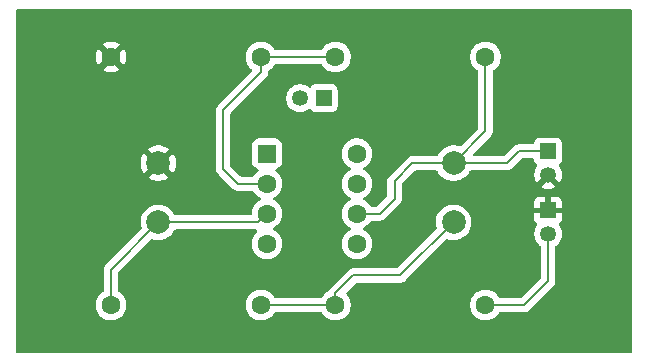
<source format=gbr>
G04 #@! TF.GenerationSoftware,KiCad,Pcbnew,9.0.4*
G04 #@! TF.CreationDate,2025-10-11T15:13:14-04:00*
G04 #@! TF.ProjectId,test1,74657374-312e-46b6-9963-61645f706362,rev?*
G04 #@! TF.SameCoordinates,Original*
G04 #@! TF.FileFunction,Copper,L1,Top*
G04 #@! TF.FilePolarity,Positive*
%FSLAX46Y46*%
G04 Gerber Fmt 4.6, Leading zero omitted, Abs format (unit mm)*
G04 Created by KiCad (PCBNEW 9.0.4) date 2025-10-11 15:13:14*
%MOMM*%
%LPD*%
G01*
G04 APERTURE LIST*
G04 Aperture macros list*
%AMRoundRect*
0 Rectangle with rounded corners*
0 $1 Rounding radius*
0 $2 $3 $4 $5 $6 $7 $8 $9 X,Y pos of 4 corners*
0 Add a 4 corners polygon primitive as box body*
4,1,4,$2,$3,$4,$5,$6,$7,$8,$9,$2,$3,0*
0 Add four circle primitives for the rounded corners*
1,1,$1+$1,$2,$3*
1,1,$1+$1,$4,$5*
1,1,$1+$1,$6,$7*
1,1,$1+$1,$8,$9*
0 Add four rect primitives between the rounded corners*
20,1,$1+$1,$2,$3,$4,$5,0*
20,1,$1+$1,$4,$5,$6,$7,0*
20,1,$1+$1,$6,$7,$8,$9,0*
20,1,$1+$1,$8,$9,$2,$3,0*%
G04 Aperture macros list end*
G04 #@! TA.AperFunction,Conductor*
%ADD10C,0.200000*%
G04 #@! TD*
G04 #@! TA.AperFunction,ComponentPad*
%ADD11C,1.350000*%
G04 #@! TD*
G04 #@! TA.AperFunction,ComponentPad*
%ADD12R,1.350000X1.350000*%
G04 #@! TD*
G04 #@! TA.AperFunction,ComponentPad*
%ADD13C,2.600000*%
G04 #@! TD*
G04 #@! TA.AperFunction,ConnectorPad*
%ADD14C,3.800000*%
G04 #@! TD*
G04 #@! TA.AperFunction,ComponentPad*
%ADD15C,1.600000*%
G04 #@! TD*
G04 #@! TA.AperFunction,ComponentPad*
%ADD16C,2.000000*%
G04 #@! TD*
G04 #@! TA.AperFunction,ComponentPad*
%ADD17RoundRect,0.250000X-0.550000X-0.550000X0.550000X-0.550000X0.550000X0.550000X-0.550000X0.550000X0*%
G04 #@! TD*
G04 APERTURE END LIST*
D10*
X125500000Y-86000000D02*
X177500000Y-86000000D01*
X177500000Y-115000000D01*
X125500000Y-115000000D01*
X125500000Y-86000000D01*
D11*
X149500000Y-93500000D03*
D12*
X151500000Y-93500000D03*
D13*
X128500000Y-89000000D03*
D14*
X128500000Y-89000000D03*
D13*
X174500000Y-89000000D03*
D14*
X174500000Y-89000000D03*
D13*
X174500000Y-112000000D03*
D14*
X174500000Y-112000000D03*
D13*
X128500000Y-112000000D03*
D14*
X128500000Y-112000000D03*
D12*
X170500000Y-98000000D03*
D11*
X170500000Y-100000000D03*
D12*
X170500000Y-103000000D03*
D11*
X170500000Y-105000000D03*
D15*
X165200000Y-90000000D03*
X152500000Y-90000000D03*
D16*
X162500000Y-104000000D03*
X162500000Y-99000000D03*
D17*
X146695000Y-98190000D03*
D15*
X146695000Y-100730000D03*
X146695000Y-103270000D03*
X146695000Y-105810000D03*
X154315000Y-105810000D03*
X154315000Y-103270000D03*
X154315000Y-100730000D03*
X154315000Y-98190000D03*
D16*
X137500000Y-104000000D03*
X137500000Y-99000000D03*
D15*
X152500000Y-111000000D03*
X165200000Y-111000000D03*
X146200000Y-90000000D03*
X133500000Y-90000000D03*
X133500000Y-111000000D03*
X146200000Y-111000000D03*
D10*
X146200000Y-91300000D02*
X146200000Y-90000000D01*
X143000000Y-99500000D02*
X143000000Y-94500000D01*
X144230000Y-100730000D02*
X143000000Y-99500000D01*
X143000000Y-94500000D02*
X146200000Y-91300000D01*
X146695000Y-100730000D02*
X144230000Y-100730000D01*
X137500000Y-104000000D02*
X145965000Y-104000000D01*
X145965000Y-104000000D02*
X146695000Y-103270000D01*
X159000000Y-99000000D02*
X162500000Y-99000000D01*
X157500000Y-100500000D02*
X159000000Y-99000000D01*
X156230000Y-103270000D02*
X157500000Y-102000000D01*
X157500000Y-102000000D02*
X157500000Y-100500000D01*
X154315000Y-103270000D02*
X156230000Y-103270000D01*
X152500000Y-110000000D02*
X152500000Y-111000000D01*
X158000000Y-108500000D02*
X154000000Y-108500000D01*
X154000000Y-108500000D02*
X152500000Y-110000000D01*
X162500000Y-104000000D02*
X158000000Y-108500000D01*
X170500000Y-109000000D02*
X168500000Y-111000000D01*
X168500000Y-111000000D02*
X165200000Y-111000000D01*
X170500000Y-105000000D02*
X170500000Y-109000000D01*
X168000000Y-98000000D02*
X170500000Y-98000000D01*
X167000000Y-99000000D02*
X168000000Y-98000000D01*
X162500000Y-99000000D02*
X167000000Y-99000000D01*
X165200000Y-96300000D02*
X162500000Y-99000000D01*
X165200000Y-90000000D02*
X165200000Y-96300000D01*
X146200000Y-90000000D02*
X152500000Y-90000000D01*
X133500000Y-111000000D02*
X133500000Y-108000000D01*
X133500000Y-108000000D02*
X137500000Y-104000000D01*
X146200000Y-111000000D02*
X152500000Y-111000000D01*
G04 #@! TA.AperFunction,Conductor*
G36*
X177443039Y-86019685D02*
G01*
X177488794Y-86072489D01*
X177500000Y-86124000D01*
X177500000Y-114876000D01*
X177480315Y-114943039D01*
X177427511Y-114988794D01*
X177376000Y-115000000D01*
X125624000Y-115000000D01*
X125556961Y-114980315D01*
X125511206Y-114927511D01*
X125500000Y-114876000D01*
X125500000Y-110897648D01*
X132199500Y-110897648D01*
X132199500Y-111102351D01*
X132231522Y-111304534D01*
X132294781Y-111499223D01*
X132387715Y-111681613D01*
X132508028Y-111847213D01*
X132652786Y-111991971D01*
X132807749Y-112104556D01*
X132818390Y-112112287D01*
X132934607Y-112171503D01*
X133000776Y-112205218D01*
X133000778Y-112205218D01*
X133000781Y-112205220D01*
X133105137Y-112239127D01*
X133195465Y-112268477D01*
X133296557Y-112284488D01*
X133397648Y-112300500D01*
X133397649Y-112300500D01*
X133602351Y-112300500D01*
X133602352Y-112300500D01*
X133804534Y-112268477D01*
X133999219Y-112205220D01*
X134181610Y-112112287D01*
X134274590Y-112044732D01*
X134347213Y-111991971D01*
X134347215Y-111991968D01*
X134347219Y-111991966D01*
X134491966Y-111847219D01*
X134491968Y-111847215D01*
X134491971Y-111847213D01*
X134544732Y-111774590D01*
X134612287Y-111681610D01*
X134705220Y-111499219D01*
X134768477Y-111304534D01*
X134800500Y-111102352D01*
X134800500Y-110897648D01*
X144899500Y-110897648D01*
X144899500Y-111102351D01*
X144931522Y-111304534D01*
X144994781Y-111499223D01*
X145087715Y-111681613D01*
X145208028Y-111847213D01*
X145352786Y-111991971D01*
X145507749Y-112104556D01*
X145518390Y-112112287D01*
X145634607Y-112171503D01*
X145700776Y-112205218D01*
X145700778Y-112205218D01*
X145700781Y-112205220D01*
X145805137Y-112239127D01*
X145895465Y-112268477D01*
X145996557Y-112284488D01*
X146097648Y-112300500D01*
X146097649Y-112300500D01*
X146302351Y-112300500D01*
X146302352Y-112300500D01*
X146504534Y-112268477D01*
X146699219Y-112205220D01*
X146881610Y-112112287D01*
X146974590Y-112044732D01*
X147047213Y-111991971D01*
X147047215Y-111991968D01*
X147047219Y-111991966D01*
X147191966Y-111847219D01*
X147191968Y-111847215D01*
X147191971Y-111847213D01*
X147312284Y-111681614D01*
X147312285Y-111681613D01*
X147312287Y-111681610D01*
X147319117Y-111668204D01*
X147367091Y-111617409D01*
X147429602Y-111600500D01*
X151270398Y-111600500D01*
X151337437Y-111620185D01*
X151380883Y-111668205D01*
X151387715Y-111681614D01*
X151508028Y-111847213D01*
X151652786Y-111991971D01*
X151807749Y-112104556D01*
X151818390Y-112112287D01*
X151934607Y-112171503D01*
X152000776Y-112205218D01*
X152000778Y-112205218D01*
X152000781Y-112205220D01*
X152105137Y-112239127D01*
X152195465Y-112268477D01*
X152296557Y-112284488D01*
X152397648Y-112300500D01*
X152397649Y-112300500D01*
X152602351Y-112300500D01*
X152602352Y-112300500D01*
X152804534Y-112268477D01*
X152999219Y-112205220D01*
X153181610Y-112112287D01*
X153274590Y-112044732D01*
X153347213Y-111991971D01*
X153347215Y-111991968D01*
X153347219Y-111991966D01*
X153491966Y-111847219D01*
X153491968Y-111847215D01*
X153491971Y-111847213D01*
X153544732Y-111774590D01*
X153612287Y-111681610D01*
X153705220Y-111499219D01*
X153768477Y-111304534D01*
X153800500Y-111102352D01*
X153800500Y-110897648D01*
X163899500Y-110897648D01*
X163899500Y-111102351D01*
X163931522Y-111304534D01*
X163994781Y-111499223D01*
X164087715Y-111681613D01*
X164208028Y-111847213D01*
X164352786Y-111991971D01*
X164507749Y-112104556D01*
X164518390Y-112112287D01*
X164634607Y-112171503D01*
X164700776Y-112205218D01*
X164700778Y-112205218D01*
X164700781Y-112205220D01*
X164805137Y-112239127D01*
X164895465Y-112268477D01*
X164996557Y-112284488D01*
X165097648Y-112300500D01*
X165097649Y-112300500D01*
X165302351Y-112300500D01*
X165302352Y-112300500D01*
X165504534Y-112268477D01*
X165699219Y-112205220D01*
X165881610Y-112112287D01*
X165974590Y-112044732D01*
X166047213Y-111991971D01*
X166047215Y-111991968D01*
X166047219Y-111991966D01*
X166191966Y-111847219D01*
X166191968Y-111847215D01*
X166191971Y-111847213D01*
X166312284Y-111681614D01*
X166312285Y-111681613D01*
X166312287Y-111681610D01*
X166319117Y-111668204D01*
X166367091Y-111617409D01*
X166429602Y-111600500D01*
X168413331Y-111600500D01*
X168413347Y-111600501D01*
X168420943Y-111600501D01*
X168579054Y-111600501D01*
X168579057Y-111600501D01*
X168731785Y-111559577D01*
X168781904Y-111530639D01*
X168868716Y-111480520D01*
X168980520Y-111368716D01*
X168980520Y-111368714D01*
X168990728Y-111358507D01*
X168990730Y-111358504D01*
X170868713Y-109480521D01*
X170868716Y-109480520D01*
X170980520Y-109368716D01*
X171030639Y-109281904D01*
X171059577Y-109231785D01*
X171100500Y-109079057D01*
X171100500Y-108920943D01*
X171100500Y-106079889D01*
X171120185Y-106012850D01*
X171151612Y-105979573D01*
X171265787Y-105896621D01*
X171396621Y-105765787D01*
X171505378Y-105616096D01*
X171589379Y-105451235D01*
X171646555Y-105275264D01*
X171675500Y-105092514D01*
X171675500Y-104907486D01*
X171646555Y-104724736D01*
X171589379Y-104548765D01*
X171589379Y-104548764D01*
X171505377Y-104383903D01*
X171481739Y-104351368D01*
X171421159Y-104267987D01*
X171397680Y-104202183D01*
X171413505Y-104134129D01*
X171447167Y-104095836D01*
X171532190Y-104032186D01*
X171618350Y-103917093D01*
X171618354Y-103917086D01*
X171668596Y-103782379D01*
X171668598Y-103782372D01*
X171674999Y-103722844D01*
X171675000Y-103722827D01*
X171675000Y-103250000D01*
X170815686Y-103250000D01*
X170820080Y-103245606D01*
X170872741Y-103154394D01*
X170900000Y-103052661D01*
X170900000Y-102947339D01*
X170872741Y-102845606D01*
X170820080Y-102754394D01*
X170815686Y-102750000D01*
X171675000Y-102750000D01*
X171675000Y-102277172D01*
X171674999Y-102277155D01*
X171668598Y-102217627D01*
X171668596Y-102217620D01*
X171618354Y-102082913D01*
X171618350Y-102082906D01*
X171532190Y-101967812D01*
X171532187Y-101967809D01*
X171417093Y-101881649D01*
X171417086Y-101881645D01*
X171282379Y-101831403D01*
X171282372Y-101831401D01*
X171222844Y-101825000D01*
X170750000Y-101825000D01*
X170750000Y-102684314D01*
X170745606Y-102679920D01*
X170654394Y-102627259D01*
X170552661Y-102600000D01*
X170447339Y-102600000D01*
X170345606Y-102627259D01*
X170254394Y-102679920D01*
X170250000Y-102684314D01*
X170250000Y-101825000D01*
X169777155Y-101825000D01*
X169717627Y-101831401D01*
X169717620Y-101831403D01*
X169582913Y-101881645D01*
X169582906Y-101881649D01*
X169467812Y-101967809D01*
X169467809Y-101967812D01*
X169381649Y-102082906D01*
X169381645Y-102082913D01*
X169331403Y-102217620D01*
X169331401Y-102217627D01*
X169325000Y-102277155D01*
X169325000Y-102750000D01*
X170184314Y-102750000D01*
X170179920Y-102754394D01*
X170127259Y-102845606D01*
X170100000Y-102947339D01*
X170100000Y-103052661D01*
X170127259Y-103154394D01*
X170179920Y-103245606D01*
X170184314Y-103250000D01*
X169325000Y-103250000D01*
X169325000Y-103722844D01*
X169331401Y-103782372D01*
X169331403Y-103782379D01*
X169381645Y-103917086D01*
X169381649Y-103917093D01*
X169467809Y-104032186D01*
X169552832Y-104095835D01*
X169594703Y-104151769D01*
X169599687Y-104221461D01*
X169578839Y-104267987D01*
X169494624Y-104383900D01*
X169410620Y-104548764D01*
X169410619Y-104548767D01*
X169353445Y-104724734D01*
X169324500Y-104907486D01*
X169324500Y-105092513D01*
X169353445Y-105275265D01*
X169410619Y-105451232D01*
X169410620Y-105451235D01*
X169494622Y-105616096D01*
X169603379Y-105765787D01*
X169734213Y-105896621D01*
X169848386Y-105979573D01*
X169891051Y-106034900D01*
X169899500Y-106079889D01*
X169899500Y-108699903D01*
X169879815Y-108766942D01*
X169863181Y-108787584D01*
X168287584Y-110363181D01*
X168226261Y-110396666D01*
X168199903Y-110399500D01*
X166429602Y-110399500D01*
X166362563Y-110379815D01*
X166319117Y-110331795D01*
X166312284Y-110318385D01*
X166191971Y-110152786D01*
X166047213Y-110008028D01*
X165881613Y-109887715D01*
X165881612Y-109887714D01*
X165881610Y-109887713D01*
X165819876Y-109856258D01*
X165699223Y-109794781D01*
X165504534Y-109731522D01*
X165329995Y-109703878D01*
X165302352Y-109699500D01*
X165097648Y-109699500D01*
X165073329Y-109703351D01*
X164895465Y-109731522D01*
X164700776Y-109794781D01*
X164518386Y-109887715D01*
X164352786Y-110008028D01*
X164208028Y-110152786D01*
X164087715Y-110318386D01*
X163994781Y-110500776D01*
X163931522Y-110695465D01*
X163899500Y-110897648D01*
X153800500Y-110897648D01*
X153768477Y-110695466D01*
X153705220Y-110500781D01*
X153705218Y-110500778D01*
X153705218Y-110500776D01*
X153671503Y-110434607D01*
X153612287Y-110318390D01*
X153604556Y-110307749D01*
X153491971Y-110152786D01*
X153431890Y-110092705D01*
X153398405Y-110031382D01*
X153403389Y-109961690D01*
X153431888Y-109917346D01*
X154212416Y-109136819D01*
X154273739Y-109103334D01*
X154300097Y-109100500D01*
X157913331Y-109100500D01*
X157913347Y-109100501D01*
X157920943Y-109100501D01*
X158079054Y-109100501D01*
X158079057Y-109100501D01*
X158231785Y-109059577D01*
X158281904Y-109030639D01*
X158368716Y-108980520D01*
X158480520Y-108868716D01*
X158480520Y-108868714D01*
X158490728Y-108858507D01*
X158490730Y-108858504D01*
X161896437Y-105452796D01*
X161957758Y-105419313D01*
X162022433Y-105422547D01*
X162148632Y-105463553D01*
X162236110Y-105477408D01*
X162381903Y-105500500D01*
X162381908Y-105500500D01*
X162618097Y-105500500D01*
X162851368Y-105463553D01*
X162884468Y-105452798D01*
X163075992Y-105390568D01*
X163286433Y-105283343D01*
X163477510Y-105144517D01*
X163644517Y-104977510D01*
X163783343Y-104786433D01*
X163890568Y-104575992D01*
X163963553Y-104351368D01*
X163977713Y-104261966D01*
X164000500Y-104118097D01*
X164000500Y-103881902D01*
X163963553Y-103648631D01*
X163890566Y-103424003D01*
X163814899Y-103275500D01*
X163783343Y-103213567D01*
X163644517Y-103022490D01*
X163477510Y-102855483D01*
X163286433Y-102716657D01*
X163214333Y-102679920D01*
X163075996Y-102609433D01*
X162851368Y-102536446D01*
X162618097Y-102499500D01*
X162618092Y-102499500D01*
X162381908Y-102499500D01*
X162381903Y-102499500D01*
X162148631Y-102536446D01*
X161924003Y-102609433D01*
X161713566Y-102716657D01*
X161639079Y-102770776D01*
X161522490Y-102855483D01*
X161522488Y-102855485D01*
X161522487Y-102855485D01*
X161355485Y-103022487D01*
X161355485Y-103022488D01*
X161355483Y-103022490D01*
X161295862Y-103104550D01*
X161216657Y-103213566D01*
X161109433Y-103424003D01*
X161036446Y-103648631D01*
X160999500Y-103881902D01*
X160999500Y-104118097D01*
X161036447Y-104351369D01*
X161036447Y-104351372D01*
X161077450Y-104477564D01*
X161079445Y-104547405D01*
X161047200Y-104603563D01*
X157787584Y-107863181D01*
X157726261Y-107896666D01*
X157699903Y-107899500D01*
X153920940Y-107899500D01*
X153880019Y-107910464D01*
X153880019Y-107910465D01*
X153842751Y-107920451D01*
X153768214Y-107940423D01*
X153768209Y-107940426D01*
X153631290Y-108019475D01*
X153631282Y-108019481D01*
X152019479Y-109631284D01*
X151982012Y-109696181D01*
X151980096Y-109699500D01*
X151940423Y-109768215D01*
X151933707Y-109793274D01*
X151928169Y-109804408D01*
X151912533Y-109821284D01*
X151900558Y-109840931D01*
X151883263Y-109852878D01*
X151880684Y-109855662D01*
X151878369Y-109856258D01*
X151873447Y-109859659D01*
X151818386Y-109887714D01*
X151652786Y-110008028D01*
X151508028Y-110152786D01*
X151387715Y-110318385D01*
X151380883Y-110331795D01*
X151332909Y-110382591D01*
X151270398Y-110399500D01*
X147429602Y-110399500D01*
X147362563Y-110379815D01*
X147319117Y-110331795D01*
X147312284Y-110318385D01*
X147191971Y-110152786D01*
X147047213Y-110008028D01*
X146881613Y-109887715D01*
X146881612Y-109887714D01*
X146881610Y-109887713D01*
X146819876Y-109856258D01*
X146699223Y-109794781D01*
X146504534Y-109731522D01*
X146329995Y-109703878D01*
X146302352Y-109699500D01*
X146097648Y-109699500D01*
X146073329Y-109703351D01*
X145895465Y-109731522D01*
X145700776Y-109794781D01*
X145518386Y-109887715D01*
X145352786Y-110008028D01*
X145208028Y-110152786D01*
X145087715Y-110318386D01*
X144994781Y-110500776D01*
X144931522Y-110695465D01*
X144899500Y-110897648D01*
X134800500Y-110897648D01*
X134768477Y-110695466D01*
X134705220Y-110500781D01*
X134705218Y-110500778D01*
X134705218Y-110500776D01*
X134671503Y-110434607D01*
X134612287Y-110318390D01*
X134604556Y-110307749D01*
X134491971Y-110152786D01*
X134347213Y-110008028D01*
X134181610Y-109887712D01*
X134168200Y-109880879D01*
X134117406Y-109832903D01*
X134100500Y-109770397D01*
X134100500Y-108300096D01*
X134120185Y-108233057D01*
X134136814Y-108212420D01*
X136896437Y-105452796D01*
X136957758Y-105419313D01*
X137022433Y-105422547D01*
X137148632Y-105463553D01*
X137236110Y-105477408D01*
X137381903Y-105500500D01*
X137381908Y-105500500D01*
X137618097Y-105500500D01*
X137851368Y-105463553D01*
X137884468Y-105452798D01*
X138075992Y-105390568D01*
X138286433Y-105283343D01*
X138477510Y-105144517D01*
X138644517Y-104977510D01*
X138783343Y-104786433D01*
X138843583Y-104668204D01*
X138891558Y-104617409D01*
X138954068Y-104600500D01*
X145766364Y-104600500D01*
X145833403Y-104620185D01*
X145879158Y-104672989D01*
X145889102Y-104742147D01*
X145860077Y-104805703D01*
X145851177Y-104814540D01*
X145851226Y-104814589D01*
X145703032Y-104962782D01*
X145703028Y-104962786D01*
X145582715Y-105128386D01*
X145489781Y-105310776D01*
X145426522Y-105505465D01*
X145394500Y-105707648D01*
X145394500Y-105912351D01*
X145426522Y-106114534D01*
X145489781Y-106309223D01*
X145582715Y-106491613D01*
X145703028Y-106657213D01*
X145847786Y-106801971D01*
X146002749Y-106914556D01*
X146013390Y-106922287D01*
X146129607Y-106981503D01*
X146195776Y-107015218D01*
X146195778Y-107015218D01*
X146195781Y-107015220D01*
X146300137Y-107049127D01*
X146390465Y-107078477D01*
X146491557Y-107094488D01*
X146592648Y-107110500D01*
X146592649Y-107110500D01*
X146797351Y-107110500D01*
X146797352Y-107110500D01*
X146999534Y-107078477D01*
X147194219Y-107015220D01*
X147376610Y-106922287D01*
X147469590Y-106854732D01*
X147542213Y-106801971D01*
X147542215Y-106801968D01*
X147542219Y-106801966D01*
X147686966Y-106657219D01*
X147686968Y-106657215D01*
X147686971Y-106657213D01*
X147739732Y-106584590D01*
X147807287Y-106491610D01*
X147900220Y-106309219D01*
X147963477Y-106114534D01*
X147995500Y-105912352D01*
X147995500Y-105707648D01*
X147963477Y-105505466D01*
X147961863Y-105500500D01*
X147900218Y-105310776D01*
X147866503Y-105244607D01*
X147807287Y-105128390D01*
X147781221Y-105092513D01*
X147686971Y-104962786D01*
X147542213Y-104818028D01*
X147376614Y-104697715D01*
X147318697Y-104668205D01*
X147283917Y-104650483D01*
X147233123Y-104602511D01*
X147216328Y-104534690D01*
X147238865Y-104468555D01*
X147283917Y-104429516D01*
X147376610Y-104382287D01*
X147419167Y-104351368D01*
X147542213Y-104261971D01*
X147542215Y-104261968D01*
X147542219Y-104261966D01*
X147686966Y-104117219D01*
X147686968Y-104117215D01*
X147686971Y-104117213D01*
X147739732Y-104044590D01*
X147807287Y-103951610D01*
X147900220Y-103769219D01*
X147963477Y-103574534D01*
X147995500Y-103372352D01*
X147995500Y-103167648D01*
X147963477Y-102965466D01*
X147900220Y-102770781D01*
X147900218Y-102770778D01*
X147900218Y-102770776D01*
X147853924Y-102679920D01*
X147807287Y-102588390D01*
X147769548Y-102536446D01*
X147686971Y-102422786D01*
X147542213Y-102278028D01*
X147376614Y-102157715D01*
X147370006Y-102154348D01*
X147283917Y-102110483D01*
X147233123Y-102062511D01*
X147216328Y-101994690D01*
X147238865Y-101928555D01*
X147283917Y-101889516D01*
X147376610Y-101842287D01*
X147451903Y-101787584D01*
X147542213Y-101721971D01*
X147542215Y-101721968D01*
X147542219Y-101721966D01*
X147686966Y-101577219D01*
X147686968Y-101577215D01*
X147686971Y-101577213D01*
X147739732Y-101504590D01*
X147807287Y-101411610D01*
X147900220Y-101229219D01*
X147963477Y-101034534D01*
X147995500Y-100832352D01*
X147995500Y-100627648D01*
X147987804Y-100579057D01*
X147963477Y-100425465D01*
X147900218Y-100230776D01*
X147849524Y-100131285D01*
X147807287Y-100048390D01*
X147786283Y-100019480D01*
X147686971Y-99882786D01*
X147542219Y-99738034D01*
X147533618Y-99731785D01*
X147448547Y-99669978D01*
X147405882Y-99614649D01*
X147399903Y-99545036D01*
X147432508Y-99483240D01*
X147482426Y-99451955D01*
X147564334Y-99424814D01*
X147713656Y-99332712D01*
X147837712Y-99208656D01*
X147929814Y-99059334D01*
X147984999Y-98892797D01*
X147995500Y-98790009D01*
X147995499Y-98087648D01*
X153014500Y-98087648D01*
X153014500Y-98292351D01*
X153046522Y-98494534D01*
X153109781Y-98689223D01*
X153202715Y-98871613D01*
X153323028Y-99037213D01*
X153467786Y-99181971D01*
X153622749Y-99294556D01*
X153633390Y-99302287D01*
X153724840Y-99348883D01*
X153726080Y-99349515D01*
X153776876Y-99397490D01*
X153793671Y-99465311D01*
X153771134Y-99531446D01*
X153726080Y-99570485D01*
X153633386Y-99617715D01*
X153467786Y-99738028D01*
X153323028Y-99882786D01*
X153202715Y-100048386D01*
X153109781Y-100230776D01*
X153046522Y-100425465D01*
X153014500Y-100627648D01*
X153014500Y-100832351D01*
X153046522Y-101034534D01*
X153109781Y-101229223D01*
X153202715Y-101411613D01*
X153323028Y-101577213D01*
X153467786Y-101721971D01*
X153609596Y-101825000D01*
X153633390Y-101842287D01*
X153710642Y-101881649D01*
X153726080Y-101889515D01*
X153776876Y-101937490D01*
X153793671Y-102005311D01*
X153771134Y-102071446D01*
X153726080Y-102110485D01*
X153633386Y-102157715D01*
X153467786Y-102278028D01*
X153323028Y-102422786D01*
X153202715Y-102588386D01*
X153109781Y-102770776D01*
X153046522Y-102965465D01*
X153014500Y-103167648D01*
X153014500Y-103372351D01*
X153046522Y-103574534D01*
X153109781Y-103769223D01*
X153202715Y-103951613D01*
X153323028Y-104117213D01*
X153467786Y-104261971D01*
X153622749Y-104374556D01*
X153633390Y-104382287D01*
X153724840Y-104428883D01*
X153726080Y-104429515D01*
X153776876Y-104477490D01*
X153793671Y-104545311D01*
X153771134Y-104611446D01*
X153726080Y-104650485D01*
X153633386Y-104697715D01*
X153467786Y-104818028D01*
X153323028Y-104962786D01*
X153202715Y-105128386D01*
X153109781Y-105310776D01*
X153046522Y-105505465D01*
X153014500Y-105707648D01*
X153014500Y-105912351D01*
X153046522Y-106114534D01*
X153109781Y-106309223D01*
X153202715Y-106491613D01*
X153323028Y-106657213D01*
X153467786Y-106801971D01*
X153622749Y-106914556D01*
X153633390Y-106922287D01*
X153749607Y-106981503D01*
X153815776Y-107015218D01*
X153815778Y-107015218D01*
X153815781Y-107015220D01*
X153920137Y-107049127D01*
X154010465Y-107078477D01*
X154111557Y-107094488D01*
X154212648Y-107110500D01*
X154212649Y-107110500D01*
X154417351Y-107110500D01*
X154417352Y-107110500D01*
X154619534Y-107078477D01*
X154814219Y-107015220D01*
X154996610Y-106922287D01*
X155089590Y-106854732D01*
X155162213Y-106801971D01*
X155162215Y-106801968D01*
X155162219Y-106801966D01*
X155306966Y-106657219D01*
X155306968Y-106657215D01*
X155306971Y-106657213D01*
X155359732Y-106584590D01*
X155427287Y-106491610D01*
X155520220Y-106309219D01*
X155583477Y-106114534D01*
X155615500Y-105912352D01*
X155615500Y-105707648D01*
X155583477Y-105505466D01*
X155581863Y-105500500D01*
X155520218Y-105310776D01*
X155486503Y-105244607D01*
X155427287Y-105128390D01*
X155401221Y-105092513D01*
X155306971Y-104962786D01*
X155162213Y-104818028D01*
X154996614Y-104697715D01*
X154938697Y-104668205D01*
X154903917Y-104650483D01*
X154853123Y-104602511D01*
X154836328Y-104534690D01*
X154858865Y-104468555D01*
X154903917Y-104429516D01*
X154996610Y-104382287D01*
X155039167Y-104351368D01*
X155162213Y-104261971D01*
X155162215Y-104261968D01*
X155162219Y-104261966D01*
X155306966Y-104117219D01*
X155306968Y-104117215D01*
X155306971Y-104117213D01*
X155427284Y-103951614D01*
X155427285Y-103951613D01*
X155427287Y-103951610D01*
X155434117Y-103938204D01*
X155482091Y-103887409D01*
X155544602Y-103870500D01*
X156143331Y-103870500D01*
X156143347Y-103870501D01*
X156150943Y-103870501D01*
X156309054Y-103870501D01*
X156309057Y-103870501D01*
X156461785Y-103829577D01*
X156511904Y-103800639D01*
X156598716Y-103750520D01*
X156710520Y-103638716D01*
X156710520Y-103638714D01*
X156720728Y-103628507D01*
X156720730Y-103628504D01*
X157858506Y-102490728D01*
X157858511Y-102490724D01*
X157868714Y-102480520D01*
X157868716Y-102480520D01*
X157980520Y-102368716D01*
X158032875Y-102278034D01*
X158059577Y-102231785D01*
X158100500Y-102079058D01*
X158100500Y-101920943D01*
X158100500Y-100800097D01*
X158120185Y-100733058D01*
X158136819Y-100712416D01*
X159212416Y-99636819D01*
X159273739Y-99603334D01*
X159300097Y-99600500D01*
X161045932Y-99600500D01*
X161112971Y-99620185D01*
X161156416Y-99668203D01*
X161216657Y-99786433D01*
X161355483Y-99977510D01*
X161522490Y-100144517D01*
X161713567Y-100283343D01*
X161812991Y-100334002D01*
X161924003Y-100390566D01*
X161924005Y-100390566D01*
X161924008Y-100390568D01*
X162031410Y-100425465D01*
X162148631Y-100463553D01*
X162381903Y-100500500D01*
X162381908Y-100500500D01*
X162618097Y-100500500D01*
X162851368Y-100463553D01*
X162852870Y-100463065D01*
X163075992Y-100390568D01*
X163286433Y-100283343D01*
X163477510Y-100144517D01*
X163644517Y-99977510D01*
X163783343Y-99786433D01*
X163843583Y-99668204D01*
X163891558Y-99617409D01*
X163954068Y-99600500D01*
X166913331Y-99600500D01*
X166913347Y-99600501D01*
X166920943Y-99600501D01*
X167079054Y-99600501D01*
X167079057Y-99600501D01*
X167231785Y-99559577D01*
X167292055Y-99524780D01*
X167368716Y-99480520D01*
X167480520Y-99368716D01*
X167480520Y-99368714D01*
X167490724Y-99358511D01*
X167490727Y-99358506D01*
X168212417Y-98636819D01*
X168273740Y-98603334D01*
X168300098Y-98600500D01*
X169200501Y-98600500D01*
X169267540Y-98620185D01*
X169313295Y-98672989D01*
X169323437Y-98719611D01*
X169324099Y-98719576D01*
X169324146Y-98719571D01*
X169324146Y-98719573D01*
X169324324Y-98719564D01*
X169324501Y-98722876D01*
X169330908Y-98782483D01*
X169381202Y-98917328D01*
X169381206Y-98917335D01*
X169467452Y-99032544D01*
X169467455Y-99032547D01*
X169552938Y-99096540D01*
X169594809Y-99152473D01*
X169599793Y-99222165D01*
X169578946Y-99268690D01*
X169495051Y-99384163D01*
X169411084Y-99548956D01*
X169411083Y-99548959D01*
X169353933Y-99724852D01*
X169325000Y-99907526D01*
X169325000Y-100092473D01*
X169353933Y-100275147D01*
X169411083Y-100451040D01*
X169411084Y-100451043D01*
X169495050Y-100615834D01*
X169510015Y-100636430D01*
X170100000Y-100046445D01*
X170100000Y-100052661D01*
X170127259Y-100154394D01*
X170179920Y-100245606D01*
X170254394Y-100320080D01*
X170345606Y-100372741D01*
X170447339Y-100400000D01*
X170453553Y-100400000D01*
X169863568Y-100989983D01*
X169863568Y-100989984D01*
X169884165Y-101004949D01*
X170048956Y-101088915D01*
X170048959Y-101088916D01*
X170224852Y-101146066D01*
X170407527Y-101175000D01*
X170592473Y-101175000D01*
X170775147Y-101146066D01*
X170951040Y-101088916D01*
X170951043Y-101088915D01*
X171115836Y-101004947D01*
X171115845Y-101004942D01*
X171136430Y-100989984D01*
X171136431Y-100989983D01*
X170546448Y-100400000D01*
X170552661Y-100400000D01*
X170654394Y-100372741D01*
X170745606Y-100320080D01*
X170820080Y-100245606D01*
X170872741Y-100154394D01*
X170900000Y-100052661D01*
X170900000Y-100046447D01*
X171489983Y-100636430D01*
X171489984Y-100636430D01*
X171504942Y-100615845D01*
X171504947Y-100615836D01*
X171588915Y-100451043D01*
X171588916Y-100451040D01*
X171646066Y-100275147D01*
X171675000Y-100092473D01*
X171675000Y-99907526D01*
X171646066Y-99724852D01*
X171588916Y-99548959D01*
X171588915Y-99548956D01*
X171504947Y-99384161D01*
X171421054Y-99268691D01*
X171397574Y-99202884D01*
X171413400Y-99134831D01*
X171447058Y-99096542D01*
X171532546Y-99032546D01*
X171618796Y-98917331D01*
X171669091Y-98782483D01*
X171675500Y-98722873D01*
X171675499Y-97277128D01*
X171669091Y-97217517D01*
X171661824Y-97198034D01*
X171618797Y-97082671D01*
X171618793Y-97082664D01*
X171532547Y-96967455D01*
X171532544Y-96967452D01*
X171417335Y-96881206D01*
X171417328Y-96881202D01*
X171282482Y-96830908D01*
X171282483Y-96830908D01*
X171222883Y-96824501D01*
X171222881Y-96824500D01*
X171222873Y-96824500D01*
X171222864Y-96824500D01*
X169777129Y-96824500D01*
X169777123Y-96824501D01*
X169717516Y-96830908D01*
X169582671Y-96881202D01*
X169582664Y-96881206D01*
X169467455Y-96967452D01*
X169467452Y-96967455D01*
X169381206Y-97082664D01*
X169381202Y-97082671D01*
X169330908Y-97217517D01*
X169324501Y-97277116D01*
X169324501Y-97277123D01*
X169324322Y-97280452D01*
X169323065Y-97280384D01*
X169304815Y-97342539D01*
X169252011Y-97388294D01*
X169200500Y-97399500D01*
X168086670Y-97399500D01*
X168086654Y-97399499D01*
X168079058Y-97399499D01*
X167920943Y-97399499D01*
X167844579Y-97419961D01*
X167768214Y-97440423D01*
X167768209Y-97440426D01*
X167631290Y-97519475D01*
X167631282Y-97519481D01*
X166787584Y-98363181D01*
X166726261Y-98396666D01*
X166699903Y-98399500D01*
X164249097Y-98399500D01*
X164182058Y-98379815D01*
X164136303Y-98327011D01*
X164126359Y-98257853D01*
X164155384Y-98194297D01*
X164161416Y-98187819D01*
X164812789Y-97536446D01*
X165680520Y-96668716D01*
X165759577Y-96531784D01*
X165800501Y-96379057D01*
X165800501Y-96220942D01*
X165800501Y-96213347D01*
X165800500Y-96213329D01*
X165800500Y-91229601D01*
X165820185Y-91162562D01*
X165868206Y-91119116D01*
X165881610Y-91112287D01*
X166047219Y-90991966D01*
X166191966Y-90847219D01*
X166191968Y-90847215D01*
X166191971Y-90847213D01*
X166244732Y-90774590D01*
X166312287Y-90681610D01*
X166405220Y-90499219D01*
X166468477Y-90304534D01*
X166500500Y-90102352D01*
X166500500Y-89897648D01*
X166492257Y-89845606D01*
X166468477Y-89695465D01*
X166437458Y-89600000D01*
X166405220Y-89500781D01*
X166405218Y-89500778D01*
X166405218Y-89500776D01*
X166371503Y-89434607D01*
X166312287Y-89318390D01*
X166280092Y-89274077D01*
X166191971Y-89152786D01*
X166047213Y-89008028D01*
X165881613Y-88887715D01*
X165881612Y-88887714D01*
X165881610Y-88887713D01*
X165824653Y-88858691D01*
X165699223Y-88794781D01*
X165504534Y-88731522D01*
X165329995Y-88703878D01*
X165302352Y-88699500D01*
X165097648Y-88699500D01*
X165073329Y-88703351D01*
X164895465Y-88731522D01*
X164700776Y-88794781D01*
X164518386Y-88887715D01*
X164352786Y-89008028D01*
X164208028Y-89152786D01*
X164087715Y-89318386D01*
X163994781Y-89500776D01*
X163931522Y-89695465D01*
X163899500Y-89897648D01*
X163899500Y-90102351D01*
X163931522Y-90304534D01*
X163994781Y-90499223D01*
X164046385Y-90600500D01*
X164087585Y-90681359D01*
X164087715Y-90681613D01*
X164208028Y-90847213D01*
X164208034Y-90847219D01*
X164352781Y-90991966D01*
X164518390Y-91112287D01*
X164531793Y-91119116D01*
X164582589Y-91167088D01*
X164599500Y-91229601D01*
X164599500Y-95999902D01*
X164579815Y-96066941D01*
X164563181Y-96087583D01*
X163103563Y-97547200D01*
X163042240Y-97580685D01*
X162977564Y-97577450D01*
X162851370Y-97536447D01*
X162618097Y-97499500D01*
X162618092Y-97499500D01*
X162381908Y-97499500D01*
X162381903Y-97499500D01*
X162148631Y-97536446D01*
X161924003Y-97609433D01*
X161713566Y-97716657D01*
X161630047Y-97777338D01*
X161522490Y-97855483D01*
X161522488Y-97855485D01*
X161522487Y-97855485D01*
X161355485Y-98022487D01*
X161355485Y-98022488D01*
X161355483Y-98022490D01*
X161308143Y-98087648D01*
X161216657Y-98213566D01*
X161194092Y-98257853D01*
X161158855Y-98327011D01*
X161156417Y-98331795D01*
X161108442Y-98382591D01*
X161045932Y-98399500D01*
X158920940Y-98399500D01*
X158880019Y-98410464D01*
X158880019Y-98410465D01*
X158842751Y-98420451D01*
X158768214Y-98440423D01*
X158768209Y-98440426D01*
X158631290Y-98519475D01*
X158631282Y-98519481D01*
X157019481Y-100131282D01*
X157019479Y-100131285D01*
X156969361Y-100218094D01*
X156969359Y-100218096D01*
X156940425Y-100268209D01*
X156940424Y-100268210D01*
X156936369Y-100283343D01*
X156899499Y-100420943D01*
X156899499Y-100420945D01*
X156899499Y-100589046D01*
X156899500Y-100589059D01*
X156899500Y-101699903D01*
X156879815Y-101766942D01*
X156863181Y-101787584D01*
X156017584Y-102633181D01*
X155956261Y-102666666D01*
X155929903Y-102669500D01*
X155544602Y-102669500D01*
X155477563Y-102649815D01*
X155434117Y-102601795D01*
X155427287Y-102588390D01*
X155427285Y-102588387D01*
X155427284Y-102588385D01*
X155306971Y-102422786D01*
X155162213Y-102278028D01*
X154996614Y-102157715D01*
X154990006Y-102154348D01*
X154903917Y-102110483D01*
X154853123Y-102062511D01*
X154836328Y-101994690D01*
X154858865Y-101928555D01*
X154903917Y-101889516D01*
X154996610Y-101842287D01*
X155071903Y-101787584D01*
X155162213Y-101721971D01*
X155162215Y-101721968D01*
X155162219Y-101721966D01*
X155306966Y-101577219D01*
X155306968Y-101577215D01*
X155306971Y-101577213D01*
X155359732Y-101504590D01*
X155427287Y-101411610D01*
X155520220Y-101229219D01*
X155583477Y-101034534D01*
X155615500Y-100832352D01*
X155615500Y-100627648D01*
X155607804Y-100579057D01*
X155583477Y-100425465D01*
X155520218Y-100230776D01*
X155469524Y-100131285D01*
X155427287Y-100048390D01*
X155406283Y-100019480D01*
X155306971Y-99882786D01*
X155162213Y-99738028D01*
X154996614Y-99617715D01*
X154990006Y-99614348D01*
X154903917Y-99570483D01*
X154853123Y-99522511D01*
X154836328Y-99454690D01*
X154858865Y-99388555D01*
X154903917Y-99349516D01*
X154996610Y-99302287D01*
X155066838Y-99251264D01*
X155162213Y-99181971D01*
X155162215Y-99181968D01*
X155162219Y-99181966D01*
X155306966Y-99037219D01*
X155306968Y-99037215D01*
X155306971Y-99037213D01*
X155411892Y-98892799D01*
X155427287Y-98871610D01*
X155520220Y-98689219D01*
X155583477Y-98494534D01*
X155615500Y-98292352D01*
X155615500Y-98087648D01*
X155583477Y-97885466D01*
X155520220Y-97690781D01*
X155520218Y-97690778D01*
X155520218Y-97690776D01*
X155478771Y-97609433D01*
X155427287Y-97508390D01*
X155377909Y-97440426D01*
X155306971Y-97342786D01*
X155162213Y-97198028D01*
X154996613Y-97077715D01*
X154996612Y-97077714D01*
X154996610Y-97077713D01*
X154936898Y-97047288D01*
X154814223Y-96984781D01*
X154619534Y-96921522D01*
X154444995Y-96893878D01*
X154417352Y-96889500D01*
X154212648Y-96889500D01*
X154188329Y-96893351D01*
X154010465Y-96921522D01*
X153815776Y-96984781D01*
X153633386Y-97077715D01*
X153467786Y-97198028D01*
X153323028Y-97342786D01*
X153202715Y-97508386D01*
X153109781Y-97690776D01*
X153046522Y-97885465D01*
X153014500Y-98087648D01*
X147995499Y-98087648D01*
X147995499Y-97589992D01*
X147984999Y-97487203D01*
X147929814Y-97320666D01*
X147837712Y-97171344D01*
X147713656Y-97047288D01*
X147612314Y-96984780D01*
X147564336Y-96955187D01*
X147564331Y-96955185D01*
X147562862Y-96954698D01*
X147397797Y-96900001D01*
X147397795Y-96900000D01*
X147295010Y-96889500D01*
X146094998Y-96889500D01*
X146094981Y-96889501D01*
X145992203Y-96900000D01*
X145992200Y-96900001D01*
X145825668Y-96955185D01*
X145825663Y-96955187D01*
X145676342Y-97047289D01*
X145552289Y-97171342D01*
X145460187Y-97320663D01*
X145460186Y-97320666D01*
X145405001Y-97487203D01*
X145405001Y-97487204D01*
X145405000Y-97487204D01*
X145394500Y-97589983D01*
X145394500Y-98790001D01*
X145394501Y-98790018D01*
X145405000Y-98892796D01*
X145405001Y-98892799D01*
X145451308Y-99032543D01*
X145460186Y-99059334D01*
X145552288Y-99208656D01*
X145676344Y-99332712D01*
X145825666Y-99424814D01*
X145907570Y-99451954D01*
X145965015Y-99491727D01*
X145991838Y-99556243D01*
X145979523Y-99625018D01*
X145941451Y-99669978D01*
X145847787Y-99738028D01*
X145847782Y-99738032D01*
X145703028Y-99882786D01*
X145582715Y-100048385D01*
X145575883Y-100061795D01*
X145527909Y-100112591D01*
X145465398Y-100129500D01*
X144530098Y-100129500D01*
X144463059Y-100109815D01*
X144442417Y-100093181D01*
X143636819Y-99287583D01*
X143603334Y-99226260D01*
X143600500Y-99199902D01*
X143600500Y-94800096D01*
X143620185Y-94733057D01*
X143636814Y-94712420D01*
X144941748Y-93407486D01*
X148324500Y-93407486D01*
X148324500Y-93592513D01*
X148353445Y-93775265D01*
X148410619Y-93951232D01*
X148410620Y-93951235D01*
X148494622Y-94116096D01*
X148603379Y-94265787D01*
X148734213Y-94396621D01*
X148883904Y-94505378D01*
X148937224Y-94532546D01*
X149048764Y-94589379D01*
X149048767Y-94589380D01*
X149136750Y-94617967D01*
X149224736Y-94646555D01*
X149407486Y-94675500D01*
X149407487Y-94675500D01*
X149592513Y-94675500D01*
X149592514Y-94675500D01*
X149775264Y-94646555D01*
X149951235Y-94589379D01*
X150116096Y-94505378D01*
X150231608Y-94421453D01*
X150297412Y-94397974D01*
X150365466Y-94413799D01*
X150403758Y-94447460D01*
X150467455Y-94532547D01*
X150582664Y-94618793D01*
X150582671Y-94618797D01*
X150717517Y-94669091D01*
X150717516Y-94669091D01*
X150724444Y-94669835D01*
X150777127Y-94675500D01*
X152222872Y-94675499D01*
X152282483Y-94669091D01*
X152417331Y-94618796D01*
X152532546Y-94532546D01*
X152618796Y-94417331D01*
X152669091Y-94282483D01*
X152675500Y-94222873D01*
X152675499Y-92777128D01*
X152669091Y-92717517D01*
X152655775Y-92681816D01*
X152618797Y-92582671D01*
X152618793Y-92582664D01*
X152532547Y-92467455D01*
X152532544Y-92467452D01*
X152417335Y-92381206D01*
X152417328Y-92381202D01*
X152282482Y-92330908D01*
X152282483Y-92330908D01*
X152222883Y-92324501D01*
X152222881Y-92324500D01*
X152222873Y-92324500D01*
X152222864Y-92324500D01*
X150777129Y-92324500D01*
X150777123Y-92324501D01*
X150717516Y-92330908D01*
X150582671Y-92381202D01*
X150582664Y-92381206D01*
X150467455Y-92467452D01*
X150403758Y-92552539D01*
X150347823Y-92594410D01*
X150278132Y-92599393D01*
X150231607Y-92578545D01*
X150116099Y-92494624D01*
X150116098Y-92494623D01*
X150116096Y-92494622D01*
X150062772Y-92467452D01*
X149951235Y-92410620D01*
X149951232Y-92410619D01*
X149775265Y-92353445D01*
X149632972Y-92330908D01*
X149592514Y-92324500D01*
X149407486Y-92324500D01*
X149367028Y-92330908D01*
X149224734Y-92353445D01*
X149048767Y-92410619D01*
X149048764Y-92410620D01*
X148883903Y-92494622D01*
X148804188Y-92552539D01*
X148734213Y-92603379D01*
X148734211Y-92603381D01*
X148734210Y-92603381D01*
X148603381Y-92734210D01*
X148603381Y-92734211D01*
X148603379Y-92734213D01*
X148572199Y-92777129D01*
X148494622Y-92883903D01*
X148410620Y-93048764D01*
X148410619Y-93048767D01*
X148353445Y-93224734D01*
X148324500Y-93407486D01*
X144941748Y-93407486D01*
X146558506Y-91790727D01*
X146558511Y-91790724D01*
X146568714Y-91780520D01*
X146568716Y-91780520D01*
X146680520Y-91668716D01*
X146759577Y-91531784D01*
X146800500Y-91379057D01*
X146800500Y-91229601D01*
X146820185Y-91162562D01*
X146868206Y-91119116D01*
X146881610Y-91112287D01*
X147047219Y-90991966D01*
X147191966Y-90847219D01*
X147191968Y-90847215D01*
X147191971Y-90847213D01*
X147312284Y-90681614D01*
X147312285Y-90681613D01*
X147312287Y-90681610D01*
X147319117Y-90668204D01*
X147367091Y-90617409D01*
X147429602Y-90600500D01*
X151270398Y-90600500D01*
X151337437Y-90620185D01*
X151380883Y-90668205D01*
X151387715Y-90681614D01*
X151508028Y-90847213D01*
X151652786Y-90991971D01*
X151773226Y-91079474D01*
X151818390Y-91112287D01*
X151899499Y-91153614D01*
X152000776Y-91205218D01*
X152000778Y-91205218D01*
X152000781Y-91205220D01*
X152075818Y-91229601D01*
X152195465Y-91268477D01*
X152296557Y-91284488D01*
X152397648Y-91300500D01*
X152397649Y-91300500D01*
X152602351Y-91300500D01*
X152602352Y-91300500D01*
X152804534Y-91268477D01*
X152999219Y-91205220D01*
X153181610Y-91112287D01*
X153274590Y-91044732D01*
X153347213Y-90991971D01*
X153347215Y-90991968D01*
X153347219Y-90991966D01*
X153491966Y-90847219D01*
X153491968Y-90847215D01*
X153491971Y-90847213D01*
X153544732Y-90774590D01*
X153612287Y-90681610D01*
X153705220Y-90499219D01*
X153768477Y-90304534D01*
X153800500Y-90102352D01*
X153800500Y-89897648D01*
X153792257Y-89845606D01*
X153768477Y-89695465D01*
X153737458Y-89600000D01*
X153705220Y-89500781D01*
X153705218Y-89500778D01*
X153705218Y-89500776D01*
X153671503Y-89434607D01*
X153612287Y-89318390D01*
X153580092Y-89274077D01*
X153491971Y-89152786D01*
X153347213Y-89008028D01*
X153181613Y-88887715D01*
X153181612Y-88887714D01*
X153181610Y-88887713D01*
X153124653Y-88858691D01*
X152999223Y-88794781D01*
X152804534Y-88731522D01*
X152629995Y-88703878D01*
X152602352Y-88699500D01*
X152397648Y-88699500D01*
X152373329Y-88703351D01*
X152195465Y-88731522D01*
X152000776Y-88794781D01*
X151818386Y-88887715D01*
X151652786Y-89008028D01*
X151508028Y-89152786D01*
X151387715Y-89318385D01*
X151380883Y-89331795D01*
X151332909Y-89382591D01*
X151270398Y-89399500D01*
X147429602Y-89399500D01*
X147362563Y-89379815D01*
X147319117Y-89331795D01*
X147312284Y-89318385D01*
X147191971Y-89152786D01*
X147047213Y-89008028D01*
X146881613Y-88887715D01*
X146881612Y-88887714D01*
X146881610Y-88887713D01*
X146824653Y-88858691D01*
X146699223Y-88794781D01*
X146504534Y-88731522D01*
X146329995Y-88703878D01*
X146302352Y-88699500D01*
X146097648Y-88699500D01*
X146073329Y-88703351D01*
X145895465Y-88731522D01*
X145700776Y-88794781D01*
X145518386Y-88887715D01*
X145352786Y-89008028D01*
X145208028Y-89152786D01*
X145087715Y-89318386D01*
X144994781Y-89500776D01*
X144931522Y-89695465D01*
X144899500Y-89897648D01*
X144899500Y-90102351D01*
X144931522Y-90304534D01*
X144994781Y-90499223D01*
X145046385Y-90600500D01*
X145087585Y-90681359D01*
X145087715Y-90681613D01*
X145208028Y-90847213D01*
X145352784Y-90991969D01*
X145412565Y-91035401D01*
X145455232Y-91090730D01*
X145461212Y-91160344D01*
X145428607Y-91222139D01*
X145427362Y-91223401D01*
X142631286Y-94019478D01*
X142519481Y-94131282D01*
X142519475Y-94131290D01*
X142480117Y-94199462D01*
X142480117Y-94199464D01*
X142440423Y-94268214D01*
X142440423Y-94268215D01*
X142399499Y-94420943D01*
X142399499Y-94420945D01*
X142399499Y-94589046D01*
X142399500Y-94589059D01*
X142399500Y-99413330D01*
X142399499Y-99413348D01*
X142399499Y-99579054D01*
X142399498Y-99579054D01*
X142410519Y-99620185D01*
X142440423Y-99731785D01*
X142444028Y-99738028D01*
X142444032Y-99738035D01*
X142444032Y-99738036D01*
X142519477Y-99868712D01*
X142519481Y-99868717D01*
X142638349Y-99987585D01*
X142638354Y-99987589D01*
X143861284Y-101210520D01*
X143861286Y-101210521D01*
X143861290Y-101210524D01*
X143998209Y-101289573D01*
X143998216Y-101289577D01*
X144150943Y-101330501D01*
X144150945Y-101330501D01*
X144316654Y-101330501D01*
X144316670Y-101330500D01*
X145465398Y-101330500D01*
X145532437Y-101350185D01*
X145575883Y-101398205D01*
X145582715Y-101411614D01*
X145703028Y-101577213D01*
X145847786Y-101721971D01*
X145989596Y-101825000D01*
X146013390Y-101842287D01*
X146090642Y-101881649D01*
X146106080Y-101889515D01*
X146156876Y-101937490D01*
X146173671Y-102005311D01*
X146151134Y-102071446D01*
X146106080Y-102110485D01*
X146013386Y-102157715D01*
X145847786Y-102278028D01*
X145703028Y-102422786D01*
X145582715Y-102588386D01*
X145489781Y-102770776D01*
X145426522Y-102965465D01*
X145394500Y-103167648D01*
X145394500Y-103275500D01*
X145374815Y-103342539D01*
X145322011Y-103388294D01*
X145270500Y-103399500D01*
X138954068Y-103399500D01*
X138887029Y-103379815D01*
X138843583Y-103331795D01*
X138837614Y-103320080D01*
X138783343Y-103213567D01*
X138644517Y-103022490D01*
X138477510Y-102855483D01*
X138286433Y-102716657D01*
X138214333Y-102679920D01*
X138075996Y-102609433D01*
X137851368Y-102536446D01*
X137618097Y-102499500D01*
X137618092Y-102499500D01*
X137381908Y-102499500D01*
X137381903Y-102499500D01*
X137148631Y-102536446D01*
X136924003Y-102609433D01*
X136713566Y-102716657D01*
X136639079Y-102770776D01*
X136522490Y-102855483D01*
X136522488Y-102855485D01*
X136522487Y-102855485D01*
X136355485Y-103022487D01*
X136355485Y-103022488D01*
X136355483Y-103022490D01*
X136295862Y-103104550D01*
X136216657Y-103213566D01*
X136109433Y-103424003D01*
X136036446Y-103648631D01*
X135999500Y-103881902D01*
X135999500Y-104118097D01*
X136036447Y-104351369D01*
X136036447Y-104351372D01*
X136077450Y-104477564D01*
X136079445Y-104547405D01*
X136047200Y-104603563D01*
X133131286Y-107519478D01*
X133019481Y-107631282D01*
X133019479Y-107631285D01*
X132969361Y-107718094D01*
X132969359Y-107718096D01*
X132940425Y-107768209D01*
X132940424Y-107768210D01*
X132940423Y-107768215D01*
X132899499Y-107920943D01*
X132899499Y-107920945D01*
X132899499Y-108089046D01*
X132899500Y-108089059D01*
X132899500Y-109770397D01*
X132879815Y-109837436D01*
X132831800Y-109880879D01*
X132818389Y-109887712D01*
X132652786Y-110008028D01*
X132508028Y-110152786D01*
X132387715Y-110318386D01*
X132294781Y-110500776D01*
X132231522Y-110695465D01*
X132199500Y-110897648D01*
X125500000Y-110897648D01*
X125500000Y-98881947D01*
X136000000Y-98881947D01*
X136000000Y-99118052D01*
X136036934Y-99351247D01*
X136109897Y-99575802D01*
X136217087Y-99786174D01*
X136277338Y-99869104D01*
X136277340Y-99869105D01*
X137017037Y-99129408D01*
X137034075Y-99192993D01*
X137099901Y-99307007D01*
X137192993Y-99400099D01*
X137307007Y-99465925D01*
X137370590Y-99482962D01*
X136630893Y-100222658D01*
X136713828Y-100282914D01*
X136924197Y-100390102D01*
X137148752Y-100463065D01*
X137148751Y-100463065D01*
X137381948Y-100500000D01*
X137618052Y-100500000D01*
X137851247Y-100463065D01*
X138075802Y-100390102D01*
X138286163Y-100282918D01*
X138286169Y-100282914D01*
X138369104Y-100222658D01*
X138369105Y-100222658D01*
X137629408Y-99482962D01*
X137692993Y-99465925D01*
X137807007Y-99400099D01*
X137900099Y-99307007D01*
X137965925Y-99192993D01*
X137982962Y-99129408D01*
X138722658Y-99869105D01*
X138722658Y-99869104D01*
X138782914Y-99786169D01*
X138782918Y-99786163D01*
X138890102Y-99575802D01*
X138963065Y-99351247D01*
X139000000Y-99118052D01*
X139000000Y-98881947D01*
X138963065Y-98648752D01*
X138890102Y-98424197D01*
X138782914Y-98213828D01*
X138722658Y-98130894D01*
X138722658Y-98130893D01*
X137982962Y-98870590D01*
X137965925Y-98807007D01*
X137900099Y-98692993D01*
X137807007Y-98599901D01*
X137692993Y-98534075D01*
X137629409Y-98517037D01*
X138369105Y-97777340D01*
X138369104Y-97777338D01*
X138286174Y-97717087D01*
X138075802Y-97609897D01*
X137851247Y-97536934D01*
X137851248Y-97536934D01*
X137618052Y-97500000D01*
X137381948Y-97500000D01*
X137148752Y-97536934D01*
X136924197Y-97609897D01*
X136713830Y-97717084D01*
X136630894Y-97777340D01*
X137370591Y-98517037D01*
X137307007Y-98534075D01*
X137192993Y-98599901D01*
X137099901Y-98692993D01*
X137034075Y-98807007D01*
X137017037Y-98870591D01*
X136277340Y-98130894D01*
X136217084Y-98213830D01*
X136109897Y-98424197D01*
X136036934Y-98648752D01*
X136000000Y-98881947D01*
X125500000Y-98881947D01*
X125500000Y-89897682D01*
X132200000Y-89897682D01*
X132200000Y-90102317D01*
X132232009Y-90304417D01*
X132295244Y-90499031D01*
X132388141Y-90681350D01*
X132388147Y-90681359D01*
X132420523Y-90725921D01*
X132420524Y-90725922D01*
X133100000Y-90046446D01*
X133100000Y-90052661D01*
X133127259Y-90154394D01*
X133179920Y-90245606D01*
X133254394Y-90320080D01*
X133345606Y-90372741D01*
X133447339Y-90400000D01*
X133453553Y-90400000D01*
X132774076Y-91079474D01*
X132818650Y-91111859D01*
X133000968Y-91204755D01*
X133195582Y-91267990D01*
X133397683Y-91300000D01*
X133602317Y-91300000D01*
X133804417Y-91267990D01*
X133999031Y-91204755D01*
X134181349Y-91111859D01*
X134225921Y-91079474D01*
X133546447Y-90400000D01*
X133552661Y-90400000D01*
X133654394Y-90372741D01*
X133745606Y-90320080D01*
X133820080Y-90245606D01*
X133872741Y-90154394D01*
X133900000Y-90052661D01*
X133900000Y-90046447D01*
X134579474Y-90725921D01*
X134611859Y-90681349D01*
X134704755Y-90499031D01*
X134767990Y-90304417D01*
X134800000Y-90102317D01*
X134800000Y-89897682D01*
X134767990Y-89695582D01*
X134704755Y-89500968D01*
X134611859Y-89318650D01*
X134579474Y-89274077D01*
X134579474Y-89274076D01*
X133900000Y-89953551D01*
X133900000Y-89947339D01*
X133872741Y-89845606D01*
X133820080Y-89754394D01*
X133745606Y-89679920D01*
X133654394Y-89627259D01*
X133552661Y-89600000D01*
X133546446Y-89600000D01*
X134225922Y-88920524D01*
X134225921Y-88920523D01*
X134181359Y-88888147D01*
X134181350Y-88888141D01*
X133999031Y-88795244D01*
X133804417Y-88732009D01*
X133602317Y-88700000D01*
X133397683Y-88700000D01*
X133195582Y-88732009D01*
X133000968Y-88795244D01*
X132818644Y-88888143D01*
X132774077Y-88920523D01*
X132774077Y-88920524D01*
X133453554Y-89600000D01*
X133447339Y-89600000D01*
X133345606Y-89627259D01*
X133254394Y-89679920D01*
X133179920Y-89754394D01*
X133127259Y-89845606D01*
X133100000Y-89947339D01*
X133100000Y-89953553D01*
X132420524Y-89274077D01*
X132420523Y-89274077D01*
X132388143Y-89318644D01*
X132295244Y-89500968D01*
X132232009Y-89695582D01*
X132200000Y-89897682D01*
X125500000Y-89897682D01*
X125500000Y-86124000D01*
X125519685Y-86056961D01*
X125572489Y-86011206D01*
X125624000Y-86000000D01*
X177376000Y-86000000D01*
X177443039Y-86019685D01*
G37*
G04 #@! TD.AperFunction*
M02*

</source>
